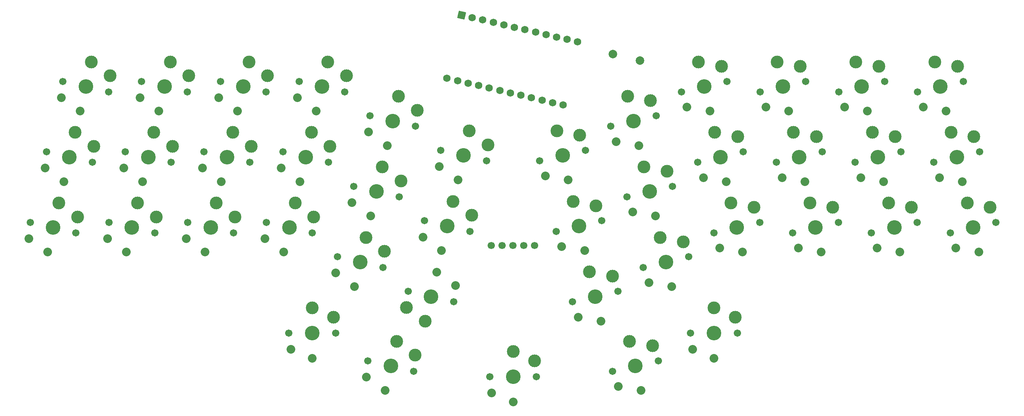
<source format=gts>
%TF.GenerationSoftware,KiCad,Pcbnew,(7.0.0-0)*%
%TF.CreationDate,2023-05-07T20:22:33+03:00*%
%TF.ProjectId,41_1350_pcb,34315f31-3335-4305-9f70-63622e6b6963,rev?*%
%TF.SameCoordinates,Original*%
%TF.FileFunction,Soldermask,Top*%
%TF.FilePolarity,Negative*%
%FSLAX46Y46*%
G04 Gerber Fmt 4.6, Leading zero omitted, Abs format (unit mm)*
G04 Created by KiCad (PCBNEW (7.0.0-0)) date 2023-05-07 20:22:33*
%MOMM*%
%LPD*%
G01*
G04 APERTURE LIST*
G04 Aperture macros list*
%AMRotRect*
0 Rectangle, with rotation*
0 The origin of the aperture is its center*
0 $1 length*
0 $2 width*
0 $3 Rotation angle, in degrees counterclockwise*
0 Add horizontal line*
21,1,$1,$2,0,0,$3*%
G04 Aperture macros list end*
%ADD10C,1.700000*%
%ADD11C,2.000000*%
%ADD12C,1.701800*%
%ADD13C,3.000000*%
%ADD14C,3.429000*%
%ADD15C,2.032000*%
%ADD16RotRect,1.752600X1.752600X347.000000*%
%ADD17C,1.752600*%
G04 APERTURE END LIST*
D10*
%TO.C,J3*%
X144274222Y-93714219D03*
X146814222Y-93714219D03*
X149354222Y-93714219D03*
X151894222Y-93714219D03*
X154434222Y-93714219D03*
%TD*%
D11*
%TO.C,RSW1*%
X172765519Y-48788909D03*
X179098925Y-50251091D03*
%TD*%
D12*
%TO.C,SwE3*%
X91526928Y-88272278D03*
D13*
X98224422Y-83712007D03*
D14*
X96885963Y-89509509D03*
D13*
X102601380Y-86980377D03*
D12*
X102244998Y-90746740D03*
D15*
X95558752Y-95258292D03*
X91159299Y-92087360D03*
%TD*%
D12*
%TO.C,SwE2*%
X73053449Y-88272278D03*
D13*
X79750943Y-83712007D03*
D14*
X78412484Y-89509509D03*
D13*
X84127901Y-86980377D03*
D12*
X83771519Y-90746740D03*
D15*
X77085273Y-95258292D03*
X72685820Y-92087360D03*
%TD*%
D12*
%TO.C,SwE1*%
X54579977Y-88272277D03*
D13*
X61277471Y-83712006D03*
D14*
X59939012Y-89509508D03*
D13*
X65654429Y-86980376D03*
D12*
X65298047Y-90746739D03*
D15*
X58611801Y-95258291D03*
X54212348Y-92087359D03*
%TD*%
D12*
%TO.C,SwE0*%
X36106504Y-88272274D03*
D13*
X42803998Y-83712003D03*
D14*
X41465539Y-89509505D03*
D13*
X47180956Y-86980373D03*
D12*
X46824574Y-90746736D03*
D15*
X40138328Y-95258288D03*
X35738875Y-92087356D03*
%TD*%
%TO.C,SwD5*%
X249409700Y-77772578D03*
X254753947Y-78693999D03*
D12*
X258785771Y-71707985D03*
D13*
X257455020Y-68166573D03*
D14*
X253426736Y-72945216D03*
D13*
X252088277Y-67147714D03*
D12*
X248067701Y-74182447D03*
%TD*%
%TO.C,SwD4*%
X229594220Y-74182448D03*
D13*
X233614796Y-67147715D03*
D14*
X234953255Y-72945217D03*
D13*
X238981539Y-68166574D03*
D12*
X240312290Y-71707986D03*
D15*
X236280466Y-78694000D03*
X230936219Y-77772579D03*
%TD*%
D12*
%TO.C,SwD3*%
X211120752Y-74182441D03*
D13*
X215141328Y-67147708D03*
D14*
X216479787Y-72945210D03*
D13*
X220508071Y-68166567D03*
D12*
X221838822Y-71707979D03*
D15*
X217806998Y-78693993D03*
X212462751Y-77772572D03*
%TD*%
D12*
%TO.C,SwD1*%
X176043428Y-82280683D03*
D13*
X180064004Y-75245950D03*
D14*
X181402463Y-81043452D03*
D13*
X185430747Y-76264809D03*
D12*
X186761498Y-79806221D03*
D15*
X182729674Y-86792235D03*
X177385427Y-85870814D03*
%TD*%
D12*
%TO.C,SwD0*%
X159439578Y-90378928D03*
D13*
X163460154Y-83344195D03*
D14*
X164798613Y-89141697D03*
D13*
X168826897Y-84363054D03*
D12*
X170157648Y-87904466D03*
D15*
X166125824Y-94890480D03*
X160781577Y-93969059D03*
%TD*%
D12*
%TO.C,SwC5*%
X128558791Y-87904456D03*
D13*
X135256285Y-83344185D03*
D14*
X133917826Y-89141687D03*
D13*
X139633243Y-86612555D03*
D12*
X139276861Y-90378918D03*
D15*
X132590615Y-94890470D03*
X128191162Y-91719538D03*
%TD*%
D12*
%TO.C,SwB0*%
X155615412Y-73814635D03*
D13*
X159635988Y-66779902D03*
D14*
X160974447Y-72577404D03*
D13*
X165002731Y-67798761D03*
D12*
X166333482Y-71340173D03*
D15*
X162301658Y-78326187D03*
X156957411Y-77404766D03*
%TD*%
D12*
%TO.C,SwD2*%
X192647271Y-74182449D03*
D13*
X196667847Y-67147716D03*
D14*
X198006306Y-72945218D03*
D13*
X202034590Y-68166575D03*
D12*
X203365341Y-71707987D03*
D15*
X199333517Y-78694001D03*
X193989270Y-77772580D03*
%TD*%
D12*
%TO.C,SwC4*%
X111954939Y-79806221D03*
D13*
X118652433Y-75245950D03*
D14*
X117313974Y-81043452D03*
D13*
X123029391Y-78514320D03*
D12*
X122673009Y-82280683D03*
D15*
X115986763Y-86792235D03*
X111587310Y-83621303D03*
%TD*%
D12*
%TO.C,SwC3*%
X95351093Y-71707984D03*
D13*
X102048587Y-67147713D03*
D14*
X100710128Y-72945215D03*
D13*
X106425545Y-70416083D03*
D12*
X106069163Y-74182446D03*
D15*
X99382917Y-78693998D03*
X94983464Y-75523066D03*
%TD*%
D12*
%TO.C,SwC2*%
X76877617Y-71707984D03*
D13*
X83575111Y-67147713D03*
D14*
X82236652Y-72945215D03*
D13*
X87952069Y-70416083D03*
D12*
X87595687Y-74182446D03*
D15*
X80909441Y-78693998D03*
X76509988Y-75523066D03*
%TD*%
D12*
%TO.C,SwC1*%
X58404147Y-71707984D03*
D13*
X65101641Y-67147713D03*
D14*
X63763182Y-72945215D03*
D13*
X69478599Y-70416083D03*
D12*
X69122217Y-74182446D03*
D15*
X62435971Y-78693998D03*
X58036518Y-75523066D03*
%TD*%
D12*
%TO.C,SwC0*%
X39930668Y-71707980D03*
D13*
X46628162Y-67147709D03*
D14*
X45289703Y-72945211D03*
D13*
X51005120Y-70416079D03*
D12*
X50648738Y-74182442D03*
D15*
X43962492Y-78693994D03*
X39563039Y-75523062D03*
%TD*%
D12*
%TO.C,SwB5*%
X244243527Y-57618154D03*
D13*
X248264103Y-50583421D03*
D14*
X249602562Y-56380923D03*
D13*
X253630846Y-51602280D03*
D12*
X254961597Y-55143692D03*
D15*
X250929773Y-62129706D03*
X245585526Y-61208285D03*
%TD*%
D12*
%TO.C,SwG1*%
X115317771Y-120768172D03*
D13*
X122015265Y-116207901D03*
D14*
X120676806Y-122005403D03*
D13*
X126392223Y-119476271D03*
D12*
X126035841Y-123242634D03*
D15*
X119349595Y-127754186D03*
X114950142Y-124583254D03*
%TD*%
D12*
%TO.C,SwB4*%
X225770055Y-57618158D03*
D13*
X229790631Y-50583425D03*
D14*
X231129090Y-56380927D03*
D13*
X235157374Y-51602284D03*
D12*
X236488125Y-55143696D03*
D15*
X232456301Y-62129710D03*
X227112054Y-61208289D03*
%TD*%
D12*
%TO.C,SwA0*%
X43754844Y-55143688D03*
D13*
X50452338Y-50583417D03*
D14*
X49113879Y-56380919D03*
D13*
X54829296Y-53851787D03*
D12*
X54472914Y-57618150D03*
D15*
X47786668Y-62129702D03*
X43387215Y-58958770D03*
%TD*%
D12*
%TO.C,SwA4*%
X115779112Y-63241932D03*
D13*
X122476606Y-58681661D03*
D14*
X121138147Y-64479163D03*
D13*
X126853564Y-61950031D03*
D12*
X126497182Y-65716394D03*
D15*
X119810936Y-70227946D03*
X115411483Y-67057014D03*
%TD*%
D12*
%TO.C,SwA3*%
X99175258Y-55143697D03*
D13*
X105872752Y-50583426D03*
D14*
X104534293Y-56380928D03*
D13*
X110249710Y-53851796D03*
D12*
X109893328Y-57618159D03*
D15*
X103207082Y-62129711D03*
X98807629Y-58958779D03*
%TD*%
D12*
%TO.C,SwB1*%
X172219259Y-65716397D03*
D13*
X176239835Y-58681664D03*
D14*
X177578294Y-64479166D03*
D13*
X181606578Y-59700523D03*
D12*
X182937329Y-63241935D03*
D15*
X178905505Y-70227949D03*
X173561258Y-69306528D03*
%TD*%
D12*
%TO.C,SwF0*%
X163263748Y-106943211D03*
D13*
X167284324Y-99908478D03*
D14*
X168622783Y-105705980D03*
D13*
X172651067Y-100927337D03*
D12*
X173981818Y-104468749D03*
D15*
X169949994Y-111454763D03*
X164605747Y-110533342D03*
%TD*%
D12*
%TO.C,SwA1*%
X62228309Y-55143701D03*
D13*
X68925803Y-50583430D03*
D14*
X67587344Y-56380932D03*
D13*
X73302761Y-53851800D03*
D12*
X72946379Y-57618163D03*
D15*
X66260133Y-62129715D03*
X61860680Y-58958783D03*
%TD*%
D12*
%TO.C,SwB3*%
X207296588Y-57618158D03*
D13*
X211317164Y-50583425D03*
D14*
X212655623Y-56380927D03*
D13*
X216683907Y-51602284D03*
D12*
X218014658Y-55143696D03*
D15*
X213982834Y-62129710D03*
X208638587Y-61208289D03*
%TD*%
D12*
%TO.C,SwB2*%
X188823109Y-57618158D03*
D13*
X192843685Y-50583425D03*
D14*
X194182144Y-56380927D03*
D13*
X198210428Y-51602284D03*
D12*
X199541179Y-55143696D03*
D15*
X195509355Y-62129710D03*
X190165108Y-61208289D03*
%TD*%
D12*
%TO.C,SwF5*%
X251891865Y-90746743D03*
D13*
X255912441Y-83712010D03*
D14*
X257250900Y-89509512D03*
D13*
X261279184Y-84730869D03*
D12*
X262609935Y-88272281D03*
D15*
X258578111Y-95258295D03*
X253233864Y-94336874D03*
%TD*%
D12*
%TO.C,SwF4*%
X233418392Y-90746739D03*
D13*
X237438968Y-83712006D03*
D14*
X238777427Y-89509508D03*
D13*
X242805711Y-84730865D03*
D12*
X244136462Y-88272277D03*
D15*
X240104638Y-95258291D03*
X234760391Y-94336870D03*
%TD*%
D12*
%TO.C,SwF3*%
X214944918Y-90746741D03*
D13*
X218965494Y-83712008D03*
D14*
X220303953Y-89509510D03*
D13*
X224332237Y-84730867D03*
D12*
X225662988Y-88272279D03*
D15*
X221631164Y-95258293D03*
X216286917Y-94336872D03*
%TD*%
D12*
%TO.C,SwF2*%
X196471443Y-90746740D03*
D13*
X200492019Y-83712007D03*
D14*
X201830478Y-89509509D03*
D13*
X205858762Y-84730866D03*
D12*
X207189513Y-88272278D03*
D15*
X203157689Y-95258292D03*
X197813442Y-94336871D03*
%TD*%
D12*
%TO.C,SwF1*%
X179867594Y-98844972D03*
D13*
X183888170Y-91810239D03*
D14*
X185226629Y-97607741D03*
D13*
X189254913Y-92829098D03*
D12*
X190585664Y-96370510D03*
D15*
X186553840Y-103356524D03*
X181209593Y-102435103D03*
%TD*%
D12*
%TO.C,SwE5*%
X135452692Y-106943210D03*
D13*
X128755198Y-111503481D03*
D14*
X130093657Y-105705979D03*
D13*
X124378240Y-108235111D03*
D12*
X124734622Y-104468748D03*
D15*
X131420868Y-99957196D03*
X135820321Y-103128128D03*
%TD*%
D12*
%TO.C,SwE4*%
X108130771Y-96370515D03*
D13*
X114828265Y-91810244D03*
D14*
X113489806Y-97607746D03*
D13*
X119205223Y-95078614D03*
D12*
X118848841Y-98844977D03*
D15*
X112162595Y-103356529D03*
X107763142Y-100185597D03*
%TD*%
D12*
%TO.C,SwA2*%
X80701785Y-55143696D03*
D13*
X87399279Y-50583425D03*
D14*
X86060820Y-56380927D03*
D13*
X91776237Y-53851795D03*
D12*
X91419855Y-57618158D03*
D15*
X84733609Y-62129710D03*
X80334156Y-58958778D03*
%TD*%
D12*
%TO.C,SwA5*%
X132382958Y-71340168D03*
D13*
X139080452Y-66779897D03*
D14*
X137741993Y-72577399D03*
D13*
X143457410Y-70048267D03*
D12*
X143101028Y-73814630D03*
D15*
X136414782Y-78326182D03*
X132015329Y-75155250D03*
%TD*%
D12*
%TO.C,SwG0*%
X96753166Y-114314960D03*
D13*
X102253166Y-108364960D03*
D14*
X102253166Y-114314960D03*
D13*
X107253166Y-110564960D03*
D12*
X107753166Y-114314960D03*
D15*
X102253166Y-120214960D03*
X97253166Y-118114960D03*
%TD*%
D12*
%TO.C,SwG3*%
X172680601Y-123242638D03*
D13*
X176701177Y-116207905D03*
D14*
X178039636Y-122005407D03*
D13*
X182067920Y-117226764D03*
D12*
X183398671Y-120768176D03*
D15*
X179366847Y-127754190D03*
X174022600Y-126832769D03*
%TD*%
D12*
%TO.C,SwG4*%
X190963275Y-114314959D03*
D13*
X196463275Y-108364959D03*
D14*
X196463275Y-114314959D03*
D13*
X201463275Y-110564959D03*
D12*
X201963275Y-114314959D03*
D15*
X196463275Y-120214959D03*
X191463275Y-118114959D03*
%TD*%
D12*
%TO.C,SwG2*%
X143858222Y-124512687D03*
D13*
X149358222Y-118562687D03*
D14*
X149358222Y-124512687D03*
D13*
X154358222Y-120762687D03*
D12*
X154858222Y-124512687D03*
D15*
X149358222Y-130412687D03*
X144358222Y-128312687D03*
%TD*%
D16*
%TO.C,U1*%
X137287077Y-39588302D03*
D17*
X139761978Y-40159679D03*
X142236878Y-40731054D03*
X144711778Y-41302430D03*
X147186678Y-41873806D03*
X149661578Y-42445181D03*
X152136478Y-43016557D03*
X154611378Y-43587933D03*
X157086278Y-44159308D03*
X159561178Y-44730684D03*
X162036078Y-45302060D03*
X164510978Y-45873435D03*
X161082724Y-60722835D03*
X158607824Y-60151460D03*
X156132924Y-59580084D03*
X153658024Y-59008708D03*
X151183124Y-58437333D03*
X148708224Y-57865957D03*
X146233324Y-57294581D03*
X143758424Y-56723205D03*
X141283524Y-56151830D03*
X138808624Y-55580454D03*
X136333724Y-55009078D03*
X133858824Y-54437703D03*
%TD*%
M02*

</source>
